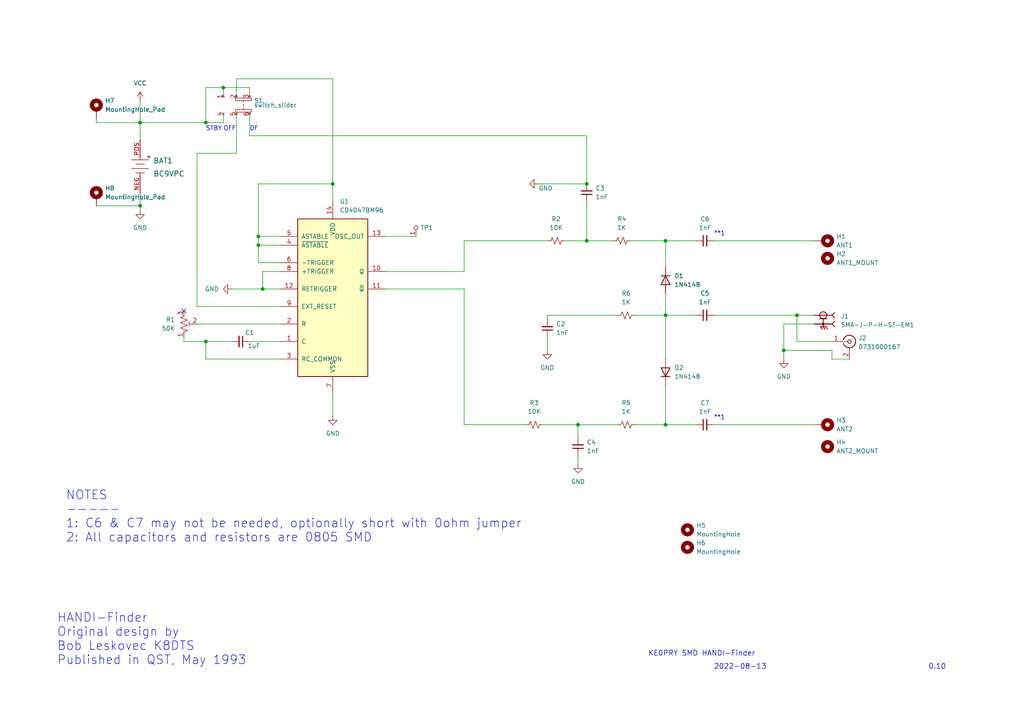
<source format=kicad_sch>
(kicad_sch (version 20211123) (generator eeschema)
  (paper "A4")
  (lib_symbols
    (symbol "4xxx:4047" (pin_names (offset 1.016))
      (property "Reference" "U" (at -7.62 24.13 0))
      (property "Value" "4047" (at -7.62 -24.13 0))
      (symbol "4047_1_0"
        (pin input line (at -15.24 -12.7 0) (length 5.08) (name "C") (number "1"))
        (pin output line (at 15.24 7.62 180) (length 5.08) (name "Q") (number "10"))
        (pin output line (at 15.24 2.54 180) (length 5.08) (name "~{Q}") (number "11"))
        (pin input line (at -15.24 2.54 0) (length 5.08) (name "RETRIGGER") (number "12"))
        (pin output line (at 15.24 17.78 180) (length 5.08) (name "OSC_OUT") (number "13"))
        (pin power_in line (at 0 27.94 270) (length 5.08) (name "VDD") (number "14"))
        (pin input line (at -15.24 -7.62 0) (length 5.08) (name "R") (number "2"))
        (pin input line (at -15.24 -17.78 0) (length 5.08) (name "RC_COMMON") (number "3"))
        (pin input line (at -15.24 15.24 0) (length 5.08) (name "~{ASTABLE}") (number "4"))
        (pin input line (at -15.24 17.78 0) (length 5.08) (name "ASTABLE") (number "5"))
        (pin input line (at -15.24 10.16 0) (length 5.08) (name "-TRIGGER") (number "6"))
        (pin power_in line (at 0 -27.94 90) (length 5.08) (name "VSS") (number "7"))
        (pin input line (at -15.24 7.62 0) (length 5.08) (name "+TRIGGER") (number "8"))
        (pin input line (at -15.24 -2.54 0) (length 5.08) (name "EXT_RESET") (number "9"))
      )
      (symbol "4047_1_1"
        (rectangle (start -10.16 22.86) (end 10.16 -22.86) (stroke (width 0.254)) (fill (type background)))
      )
    )
    (symbol "Connector:Conn_Coaxial" (pin_names (offset 1.016) hide)
      (property "Reference" "J" (at 0.254 3.048 0))
      (property "Value" "Conn_Coaxial" (at 2.921 0 90))
      (symbol "Conn_Coaxial_0_1"
        (arc (start -1.778 -0.508) (mid 0.2311 -1.8066) (end 1.778 0) (stroke (width 0.254)))
        (polyline (pts (xy -2.54 0) (xy -0.508 0)))
        (polyline (pts (xy 0 -2.54) (xy 0 -1.778)))
        (circle (center 0 0) (radius 0.508) (stroke (width 0.2032)))
        (arc (start 1.778 0) (mid 0.2099 1.8101) (end -1.778 0.508) (stroke (width 0.254)))
      )
      (symbol "Conn_Coaxial_1_1"
        (pin passive line (at -5.08 0 0) (length 2.54) (name "In") (number "1"))
        (pin passive line (at 0 -5.08 90) (length 2.54) (name "Ext") (number "2"))
      )
    )
    (symbol "Device:C_Small" (pin_numbers hide) (pin_names (offset 0.254) hide)
      (property "Reference" "C" (at 0.254 1.778 0))
      (property "Value" "C_Small" (at 0.254 -2.032 0))
      (symbol "C_Small_0_1"
        (polyline (pts (xy -1.524 -0.508) (xy 1.524 -0.508)) (stroke (width 0.3302)))
        (polyline (pts (xy -1.524 0.508) (xy 1.524 0.508)) (stroke (width 0.3048)))
      )
      (symbol "C_Small_1_1"
        (pin passive line (at 0 2.54 270) (length 2.032) (name "~") (number "1"))
        (pin passive line (at 0 -2.54 90) (length 2.032) (name "~") (number "2"))
      )
    )
    (symbol "Device:R_Potentiometer_Trim_US" (pin_names (offset 1.016) hide)
      (property "Reference" "RV" (at -4.445 0 90))
      (property "Value" "R_Potentiometer_Trim_US" (at -2.54 0 90))
      (symbol "R_Potentiometer_Trim_US_0_1"
        (polyline (pts (xy 0 -2.286) (xy 0 -2.54)))
        (polyline (pts (xy 0 2.286) (xy 0 2.54)))
        (polyline (pts (xy 1.524 0.762) (xy 1.524 -0.762)))
        (polyline (pts (xy 2.54 0) (xy 1.524 0)))
        (polyline (pts (xy 0 -0.762) (xy 1.016 -1.143) (xy 0 -1.524) (xy -1.016 -1.905) (xy 0 -2.286)))
        (polyline (pts (xy 0 0.762) (xy 1.016 0.381) (xy 0 0) (xy -1.016 -0.381) (xy 0 -0.762)))
        (polyline (pts (xy 0 2.286) (xy 1.016 1.905) (xy 0 1.524) (xy -1.016 1.143) (xy 0 0.762)))
      )
      (symbol "R_Potentiometer_Trim_US_1_1"
        (pin passive line (at 0 3.81 270) (length 1.27) (name "1") (number "1"))
        (pin passive line (at 3.81 0 180) (length 1.27) (name "2") (number "2"))
        (pin passive line (at 0 -3.81 90) (length 1.27) (name "3") (number "3"))
      )
    )
    (symbol "Device:R_Small_US" (pin_numbers hide) (pin_names (offset 0.254) hide)
      (property "Reference" "R" (at 0.762 0.508 0))
      (property "Value" "R_Small_US" (at 0.762 -1.016 0))
      (symbol "R_Small_US_1_1"
        (polyline (pts (xy 0 0) (xy 1.016 -0.381) (xy 0 -0.762) (xy -1.016 -1.143) (xy 0 -1.524)))
        (polyline (pts (xy 0 1.524) (xy 1.016 1.143) (xy 0 0.762) (xy -1.016 0.381) (xy 0 0)))
        (pin passive line (at 0 2.54 270) (length 1.016) (name "~") (number "1"))
        (pin passive line (at 0 -2.54 90) (length 1.016) (name "~") (number "2"))
      )
    )
    (symbol "Diode:1N4148" (pin_numbers hide) (pin_names (offset 1.016) hide)
      (property "Reference" "D" (at 0 2.54 0))
      (property "Value" "1N4148" (at 0 -2.54 0))
      (symbol "1N4148_0_1"
        (polyline (pts (xy -1.27 1.27) (xy -1.27 -1.27)) (stroke (width 0.254)))
        (polyline (pts (xy 1.27 0) (xy -1.27 0)))
        (polyline (pts (xy 1.27 1.27) (xy 1.27 -1.27) (xy -1.27 0) (xy 1.27 1.27)) (stroke (width 0.254)))
      )
      (symbol "1N4148_1_1"
        (pin passive line (at -3.81 0 0) (length 2.54) (name "K") (number "1"))
        (pin passive line (at 3.81 0 180) (length 2.54) (name "A") (number "2"))
      )
    )
    (symbol "Mechanical:MountingHole" (pin_names (offset 1.016))
      (property "Reference" "H" (at 0 5.08 0))
      (property "Value" "MountingHole" (at 0 3.175 0))
      (symbol "MountingHole_0_1"
        (circle (center 0 0) (radius 1.27) (stroke (width 1.27)))
      )
    )
    (symbol "Mechanical:MountingHole_Pad" (pin_numbers hide) (pin_names (offset 1.016) hide)
      (property "Reference" "H" (at 0 6.35 0))
      (property "Value" "MountingHole_Pad" (at 0 4.445 0))
      (symbol "MountingHole_Pad_0_1"
        (circle (center 0 1.27) (radius 1.27) (stroke (width 1.27)))
      )
      (symbol "MountingHole_Pad_1_1"
        (pin input line (at 0 -2.54 90) (length 2.54) (name "1") (number "1"))
      )
    )
    (symbol "SMA-J-P-H-ST-EM1:SMA-J-P-H-ST-EM1" (pin_numbers hide) (pin_names (offset 1.016) hide)
      (property "Reference" "J" (at -3.81 4.064 0))
      (property "Value" "SMA-J-P-H-ST-EM1" (at -4.064 -4.318 0))
      (symbol "SMA-J-P-H-ST-EM1_0_0"
        (polyline (pts (xy -3.302 -0.762) (xy -2.54 0)) (stroke (width 0.254)))
        (polyline (pts (xy -3.302 0.762) (xy -2.54 0)) (stroke (width 0.254)))
        (polyline (pts (xy -3.302 1.778) (xy -2.54 2.54)) (stroke (width 0.254)))
        (polyline (pts (xy -3.302 3.302) (xy -2.54 2.54)) (stroke (width 0.254)))
        (polyline (pts (xy -2.54 0) (xy 0 0)) (stroke (width 0.254)))
        (polyline (pts (xy -2.54 2.54) (xy 2.54 2.54)) (stroke (width 0.254)))
        (polyline (pts (xy -1.016 1.524) (xy 0 1.524)) (stroke (width 0.254)))
        (polyline (pts (xy -0.762 -0.762) (xy -1.27 -1.524)) (stroke (width 0.254)))
        (polyline (pts (xy 0 -0.762) (xy -0.762 -0.762)) (stroke (width 0.254)))
        (polyline (pts (xy 0 -0.762) (xy -0.508 -1.524)) (stroke (width 0.254)))
        (polyline (pts (xy 0 -0.762) (xy 0.762 -0.762)) (stroke (width 0.254)))
        (polyline (pts (xy 0 0) (xy -2.286 0)) (stroke (width 0.254)))
        (polyline (pts (xy 0 0) (xy 0 -0.762)) (stroke (width 0.254)))
        (polyline (pts (xy 0 1.524) (xy 0 0)) (stroke (width 0.254)))
        (polyline (pts (xy 0 1.524) (xy 1.016 1.524)) (stroke (width 0.254)))
        (polyline (pts (xy 0.762 -0.762) (xy 0.254 -1.524)) (stroke (width 0.254)))
        (polyline (pts (xy 2.54 0) (xy 0 0)) (stroke (width 0.254)))
        (circle (center 0 0) (radius 0.254) (stroke (width 0.254)))
        (circle (center 0 2.54) (radius 1.016) (stroke (width 0.254)))
        (pin passive line (at 2.54 2.54 180) (length 5.08) (name "~") (number "1"))
        (pin passive line (at 2.54 0 180) (length 5.08) (name "~") (number "2_1"))
        (pin passive line (at 2.54 0 180) (length 5.08) (name "~") (number "2_2"))
        (pin passive line (at 2.54 0 180) (length 5.08) (name "~") (number "3_1"))
        (pin passive line (at 2.54 0 180) (length 5.08) (name "~") (number "3_2"))
      )
    )
    (symbol "dk_Battery-Holders-Clips-Contacts:BC9VPC" (pin_names (offset 1.016))
      (property "Reference" "BAT" (at 0 5.08 0))
      (property "Value" "BC9VPC" (at 0 -5.08 0))
      (symbol "BC9VPC_1_1"
        (polyline (pts (xy -2.794 3.048) (xy -2.794 2.032)))
        (polyline (pts (xy -2.286 2.54) (xy -3.302 2.54)))
        (polyline (pts (xy -1.905 0) (xy -2.54 0)))
        (polyline (pts (xy -1.905 2.54) (xy -1.905 -2.54)))
        (polyline (pts (xy -0.635 1.27) (xy -0.635 -1.27)))
        (polyline (pts (xy 0.635 2.54) (xy 0.635 -2.54)))
        (polyline (pts (xy 1.905 1.27) (xy 1.905 -1.27)))
        (polyline (pts (xy 2.54 0) (xy 1.905 0)))
        (pin power_in line (at 7.62 0 180) (length 5.08) (name "~") (number "NEG"))
        (pin power_in line (at -7.62 0 0) (length 5.08) (name "~") (number "POS"))
      )
    )
    (symbol "dk_Test-Points:1508-0-57-15-00-00-03-0" (pin_names (offset 1.016))
      (property "Reference" "TP" (at -2.54 1.27 0))
      (property "Value" "1508-0-57-15-00-00-03-0" (at 0 -2.54 0))
      (symbol "1508-0-57-15-00-00-03-0_0_1"
        (circle (center 0 0) (radius 0.5588))
      )
      (symbol "1508-0-57-15-00-00-03-0_1_1"
        (pin passive line (at 0 2.54 270) (length 1.905) (name "~") (number "1"))
      )
    )
    (symbol "handifinder_projlib:switch_slider" (pin_names hide)
      (property "Reference" "S" (at 3.81 -1.524 0))
      (property "Value" "switch_slider" (at 3.81 -1.524 0))
      (symbol "switch_slider_0_1"
        (polyline (pts (xy 5.842 1.778) (xy 5.842 1.27)))
        (polyline (pts (xy 5.842 2.794) (xy 5.842 2.286)))
        (polyline (pts (xy 5.842 2.794) (xy 5.842 2.794)))
        (polyline (pts (xy 5.842 3.81) (xy 5.842 3.302)))
        (circle (center 0 0) (radius 0.254))
        (circle (center 0 5.08) (radius 0.254))
        (rectangle (start 3.556 1.27) (end 8.128 0.508))
        (rectangle (start 3.556 4.572) (end 8.128 3.81))
        (circle (center 3.81 0) (radius 0.254))
        (circle (center 3.81 5.08) (radius 0.254))
        (circle (center 7.62 0) (radius 0.254))
        (circle (center 7.62 5.08) (radius 0.254))
      )
      (symbol "switch_slider_1_1"
        (pin passive line (at 0 5.08 270) (length 0) (name "") (number "1"))
        (pin passive line (at 3.81 5.08 270) (length 0) (name "") (number "2"))
        (pin passive line (at 7.62 5.08 270) (length 0) (name "") (number "3"))
        (pin passive line (at 0 0 90) (length 0) (name "") (number "4"))
        (pin passive line (at 3.81 0 90) (length 0) (name "") (number "5"))
        (pin passive line (at 7.62 0 90) (length 0) (name "") (number "6"))
      )
    )
    (symbol "power:GND" (power) (pin_names (offset 0))
      (property "Value" "GND" (at 0 -3.81 0))
      (symbol "GND_0_1"
        (polyline (pts (xy 0 0) (xy 0 -1.27) (xy 1.27 -1.27) (xy 0 -2.54) (xy -1.27 -1.27) (xy 0 -1.27)))
      )
      (symbol "GND_1_1"
        (pin power_in line (at 0 0 270) (length 0) hide (name "GND") (number "1"))
      )
    )
    (symbol "power:VCC" (power) (pin_names (offset 0))
      (property "Value" "VCC" (at 0 3.81 0))
      (symbol "VCC_0_1"
        (polyline (pts (xy -0.762 1.27) (xy 0 2.54)))
        (polyline (pts (xy 0 0) (xy 0 2.54)))
        (polyline (pts (xy 0 2.54) (xy 0.762 1.27)))
      )
      (symbol "VCC_1_1"
        (pin power_in line (at 0 0 90) (length 0) hide (name "VCC") (number "1"))
      )
    )
  )
  (junction (at 59.69 99.06))
  (junction (at 170.18 53.34))
  (junction (at 40.64 59.69))
  (junction (at 76.2 83.82))
  (junction (at 227.33 101.6))
  (junction (at 167.64 123.19))
  (junction (at 193.04 69.85))
  (junction (at 74.93 68.58))
  (junction (at 64.77 25.4))
  (junction (at 193.04 91.44))
  (junction (at 74.93 71.12))
  (junction (at 40.64 35.56))
  (junction (at 193.04 123.19))
  (junction (at 231.14 91.44))
  (junction (at 59.69 35.56))
  (junction (at 170.18 69.85))
  (junction (at 96.52 53.34))
  (no_connect (at 53.34 90.17))
  (wire (pts (xy 134.62 78.74) (xy 134.62 69.85)))
  (wire (pts (xy 241.3 99.06) (xy 231.14 99.06)))
  (wire (pts (xy 57.15 93.98) (xy 81.28 93.98)))
  (wire (pts (xy 157.48 123.19) (xy 167.64 123.19)))
  (wire (pts (xy 67.31 83.82) (xy 76.2 83.82)))
  (wire (pts (xy 236.22 93.98) (xy 227.33 93.98)))
  (wire (pts (xy 40.64 35.56) (xy 59.69 35.56)))
  (wire (pts (xy 134.62 123.19) (xy 152.4 123.19)))
  (wire (pts (xy 53.34 97.79) (xy 53.34 99.06)))
  (wire (pts (xy 231.14 91.44) (xy 236.22 91.44)))
  (wire (pts (xy 59.69 35.56) (xy 64.77 35.56)))
  (wire (pts (xy 72.39 39.37) (xy 170.18 39.37)))
  (wire (pts (xy 68.58 27.94) (xy 68.58 22.86)))
  (wire (pts (xy 167.64 123.19) (xy 179.07 123.19)))
  (wire (pts (xy 207.01 69.85) (xy 236.22 69.85)))
  (wire (pts (xy 64.77 27.94) (xy 64.77 25.4)))
  (wire (pts (xy 193.04 91.44) (xy 193.04 104.14)))
  (wire (pts (xy 227.33 101.6) (xy 227.33 104.14)))
  (wire (pts (xy 96.52 22.86) (xy 96.52 53.34)))
  (wire (pts (xy 158.75 92.71) (xy 158.75 91.44)))
  (wire (pts (xy 96.52 53.34) (xy 96.52 58.42)))
  (wire (pts (xy 158.75 91.44) (xy 179.07 91.44)))
  (wire (pts (xy 156.21 53.34) (xy 170.18 53.34)))
  (wire (pts (xy 27.94 35.56) (xy 40.64 35.56)))
  (wire (pts (xy 59.69 104.14) (xy 59.69 99.06)))
  (wire (pts (xy 241.3 101.6) (xy 241.3 104.14)))
  (wire (pts (xy 193.04 69.85) (xy 182.88 69.85)))
  (wire (pts (xy 81.28 88.9) (xy 57.15 88.9)))
  (wire (pts (xy 57.15 44.45) (xy 68.58 44.45)))
  (wire (pts (xy 74.93 68.58) (xy 74.93 53.34)))
  (wire (pts (xy 231.14 91.44) (xy 231.14 99.06)))
  (wire (pts (xy 72.39 99.06) (xy 81.28 99.06)))
  (wire (pts (xy 193.04 69.85) (xy 201.93 69.85)))
  (wire (pts (xy 81.28 104.14) (xy 59.69 104.14)))
  (wire (pts (xy 40.64 35.56) (xy 40.64 40.64)))
  (wire (pts (xy 207.01 123.19) (xy 236.22 123.19)))
  (wire (pts (xy 68.58 44.45) (xy 68.58 33.02)))
  (wire (pts (xy 134.62 83.82) (xy 134.62 123.19)))
  (wire (pts (xy 184.15 123.19) (xy 193.04 123.19)))
  (wire (pts (xy 134.62 69.85) (xy 158.75 69.85)))
  (wire (pts (xy 74.93 76.2) (xy 74.93 71.12)))
  (wire (pts (xy 111.76 83.82) (xy 134.62 83.82)))
  (wire (pts (xy 207.01 91.44) (xy 231.14 91.44)))
  (wire (pts (xy 158.75 97.79) (xy 158.75 101.6)))
  (wire (pts (xy 57.15 88.9) (xy 57.15 44.45)))
  (wire (pts (xy 59.69 99.06) (xy 67.31 99.06)))
  (wire (pts (xy 227.33 101.6) (xy 241.3 101.6)))
  (wire (pts (xy 72.39 27.94) (xy 72.39 25.4)))
  (wire (pts (xy 184.15 91.44) (xy 193.04 91.44)))
  (wire (pts (xy 227.33 93.98) (xy 227.33 101.6)))
  (wire (pts (xy 76.2 83.82) (xy 81.28 83.82)))
  (wire (pts (xy 74.93 53.34) (xy 96.52 53.34)))
  (wire (pts (xy 40.64 55.88) (xy 40.64 59.69)))
  (wire (pts (xy 193.04 77.47) (xy 193.04 69.85)))
  (wire (pts (xy 76.2 78.74) (xy 76.2 83.82)))
  (wire (pts (xy 193.04 85.09) (xy 193.04 91.44)))
  (wire (pts (xy 27.94 59.69) (xy 40.64 59.69)))
  (wire (pts (xy 111.76 68.58) (xy 120.65 68.58)))
  (wire (pts (xy 53.34 99.06) (xy 59.69 99.06)))
  (wire (pts (xy 193.04 91.44) (xy 201.93 91.44)))
  (wire (pts (xy 170.18 39.37) (xy 170.18 53.34)))
  (wire (pts (xy 167.64 132.08) (xy 167.64 134.62)))
  (wire (pts (xy 64.77 25.4) (xy 59.69 25.4)))
  (wire (pts (xy 74.93 68.58) (xy 81.28 68.58)))
  (wire (pts (xy 40.64 59.69) (xy 40.64 60.96)))
  (wire (pts (xy 167.64 123.19) (xy 167.64 127)))
  (wire (pts (xy 193.04 123.19) (xy 201.93 123.19)))
  (wire (pts (xy 68.58 22.86) (xy 96.52 22.86)))
  (wire (pts (xy 27.94 34.29) (xy 27.94 35.56)))
  (wire (pts (xy 170.18 58.42) (xy 170.18 69.85)))
  (wire (pts (xy 72.39 33.02) (xy 72.39 39.37)))
  (wire (pts (xy 59.69 25.4) (xy 59.69 35.56)))
  (wire (pts (xy 74.93 71.12) (xy 81.28 71.12)))
  (wire (pts (xy 111.76 78.74) (xy 134.62 78.74)))
  (wire (pts (xy 40.64 29.21) (xy 40.64 35.56)))
  (wire (pts (xy 64.77 35.56) (xy 64.77 33.02)))
  (wire (pts (xy 81.28 76.2) (xy 74.93 76.2)))
  (wire (pts (xy 246.38 104.14) (xy 241.3 104.14)))
  (wire (pts (xy 170.18 69.85) (xy 177.8 69.85)))
  (wire (pts (xy 163.83 69.85) (xy 170.18 69.85)))
  (wire (pts (xy 193.04 111.76) (xy 193.04 123.19)))
  (wire (pts (xy 96.52 114.3) (xy 96.52 120.65)))
  (wire (pts (xy 81.28 78.74) (xy 76.2 78.74)))
  (wire (pts (xy 74.93 71.12) (xy 74.93 68.58)))
  (wire (pts (xy 64.77 25.4) (xy 72.39 25.4)))
  (text "DF\n" (at 72.39 38.1 0) (effects (font (size 1.27 1.27)) (justify left bottom)))
  (text "0.10\n" (at 269.24 194.31 0) (effects (font (size 1.5 1.5)) (justify left bottom)))
  (text "HANDI-Finder\nOriginal design by\nBob Leskovec K8DTS\nPublished in QST, May 1993" (at 16.51 193.04 0) (effects (font (size 2.54 2.54)) (justify left bottom)))
  (text "**1\n" (at 207.01 121.92 0) (effects (font (size 1.27 1.27)) (justify left bottom)))
  (text "2022-08-13\n" (at 207.01 194.31 0) (effects (font (size 1.5 1.5)) (justify left bottom)))
  (text "OFF" (at 64.77 38.1 0) (effects (font (size 1.27 1.27)) (justify left bottom)))
  (text "NOTES\n-----\n1: C6 & C7 may not be needed, optionally short with 0ohm jumper\n2: All capacitors and resistors are 0805 SMD" (at 19.05 157.48 0) (effects (font (size 2.54 2.54)) (justify left bottom)))
  (text "KE0PRY SMD HANDI-Finder\n" (at 187.96 190.5 0) (effects (font (size 1.5 1.5)) (justify left bottom)))
  (text "STBY" (at 59.69 38.1 0) (effects (font (size 1.27 1.27)) (justify left bottom)))
  (text "**1\n" (at 207.01 68.58 0) (effects (font (size 1.27 1.27)) (justify left bottom)))
  (symbol (lib_id "Mechanical:MountingHole_Pad") (at 27.94 31.75 0) (unit 1)
    (property "Reference" "H7" (at 30.48 29.2099 0) (effects (justify left)))
    (property "Value" "MountingHole_Pad" (at 30.48 31.7499 0) (effects (justify left)))
    (property "Footprint" "MountingHole:MountingHole_2.7mm_Pad_Via" (effects hide))
  )
  (symbol (lib_id "Device:C_Small") (at 204.47 69.85 90) (unit 1)
    (property "Reference" "C6" (at 204.4763 63.5 90))
    (property "Value" "1nF" (at 204.4763 66.04 90))
    (property "Footprint" "Capacitor_SMD:C_0805_2012Metric_Pad1.18x1.45mm_HandSolder" (effects hide))
    (property "Digi-Key_PN" "478-3759-1-ND" (effects hide))
    (property "MPN" "08055A102FAT2A" (effects hide))
    (property "Description" "CAP CER 1000PF 50V C0G/NP0 0805" (effects hide))
    (property "Manufacturer" "KYOCERA AVX" (effects hide))
    (property "Digi-Key_Price" "0.26" (effects hide))
  )
  (symbol (lib_id "Device:R_Small_US") (at 154.94 123.19 270) (unit 1)
    (property "Reference" "R3" (at 154.94 116.84 90))
    (property "Value" "10K" (at 154.94 119.38 90))
    (property "Footprint" "Resistor_SMD:R_0805_2012Metric_Pad1.20x1.40mm_HandSolder" (effects hide))
    (property "Digi-Key_PN" "P21133CT-ND" (effects hide))
    (property "MPN" "ERJ-PB6D1002V" (effects hide))
    (property "Description" "RES SMD 10K OHM 0.5% 1/4W 0805" (effects hide))
    (property "Manufacturer" "Panasonic Electronic Components" (effects hide))
    (property "Digi-Key_Price" "0.28" (effects hide))
  )
  (symbol (lib_id "Mechanical:MountingHole_Pad") (at 238.76 123.19 270) (unit 1)
    (property "Reference" "H3" (at 242.57 121.9199 90) (effects (justify left)))
    (property "Value" "ANT2" (at 242.57 124.4599 90) (effects (justify left)))
    (property "Footprint" "projlibrary:MountingHole_Antenna_4.5mmHole_LargePad" (effects hide))
  )
  (symbol (lib_id "handifinder_projlib:switch_slider") (at 64.77 33.02 0) (unit 1)
    (property "Reference" "S1" (at 73.66 29.21 0) (effects (justify left)))
    (property "Value" "switch_slider" (at 73.66 30.48 0) (effects (justify left)))
    (property "Footprint" "projlibrary:switch_dpdt_MS23ANW03" (effects hide))
    (property "Digi-Key_PN" "MS23ANW03-ND" (effects hide))
    (property "Manufacturer" "NKK Switches" (effects hide))
    (property "MPN" "MS23ANW03" (effects hide))
    (property "Description" "SWITCH SLIDE DPDT 6A 125V" (effects hide))
    (property "Digi-Key_Price" "6.64" (effects hide))
  )
  (symbol (lib_id "Mechanical:MountingHole") (at 240.03 74.93 0) (unit 1)
    (property "Reference" "H2" (at 242.57 73.6599 0) (effects (justify left)))
    (property "Value" "ANT1_MOUNT" (at 242.57 76.1999 0) (effects (justify left)))
    (property "Footprint" "MountingHole:MountingHole_4.3mm_M4" (effects hide))
  )
  (symbol (lib_id "power:GND") (at 227.33 104.14 0) (unit 1)
    (property "Reference" "#PWR07" (effects hide))
    (property "Value" "GND" (at 227.33 109.22 0))
  )
  (symbol (lib_id "Device:C_Small") (at 69.85 99.06 270) (unit 1)
    (property "Reference" "C1" (at 72.39 96.52 90))
    (property "Value" "1uF" (at 73.66 100.33 90))
    (property "Footprint" "Capacitor_SMD:C_0805_2012Metric_Pad1.18x1.45mm_HandSolder" (effects hide))
    (property "Digi-Key_PN" "478-08055C105JAT2ACT-ND" (effects hide))
    (property "MPN" "08055C105JAT2A" (effects hide))
    (property "Description" "CAP MLCC 1UF 50V 0805" (effects hide))
    (property "Manufacturer" "KYOCERA AVX" (effects hide))
    (property "Digi-Key_Price" "0.42" (effects hide))
  )
  (symbol (lib_id "Mechanical:MountingHole") (at 240.03 129.54 0) (unit 1)
    (property "Reference" "H4" (at 242.57 128.2699 0) (effects (justify left)))
    (property "Value" "ANT2_MOUNT" (at 242.57 130.8099 0) (effects (justify left)))
    (property "Footprint" "MountingHole:MountingHole_4.3mm_M4" (effects hide))
  )
  (symbol (lib_id "Connector:Conn_Coaxial") (at 246.38 99.06 0) (unit 1)
    (property "Reference" "J2" (at 248.92 98.0831 0) (effects (justify left)))
    (property "Value" "0731000167" (at 248.92 100.6231 0) (effects (justify left)))
    (property "Footprint" "projlibrary:conn_rf_bnc_0731000167" (effects hide))
    (property "Datasheet" " ~" (effects hide))
    (property "Digi-Key_PN" "0731000167" (effects hide))
    (property "Digi-Key_Price" "2.58" (effects hide))
    (property "MPN" "0731000167" (effects hide))
    (property "Manufacturer" "Molex" (effects hide))
  )
  (symbol (lib_id "4xxx:4047") (at 96.52 86.36 0) (unit 1)
    (property "Reference" "U1" (at 98.5394 58.42 0) (effects (justify left)))
    (property "Value" "CD4047BM96" (at 98.5394 60.96 0) (effects (justify left)))
    (property "Footprint" "digikey-footprints:SOIC-14_W3.9mm" (effects hide))
    (property "Datasheet" "https://www.ti.com/lit/ds/symlink/cd4047b.pdf" (effects hide))
    (property "Digi-Key_PN" "296-31500-1-ND" (effects hide))
    (property "Digi-Key_URL" "https://www.digikey.com/en/products/detail/texas-instruments/CD4047BM96/1691090" (effects hide))
    (property "Digi-Key_Price" "0.65" (effects hide))
    (property "MPN" "CD4047BM96" (effects hide))
    (property "Description" "IC MULTIVIBRATOR 80NS 14SOIC" (effects hide))
    (property "Manufacturer" "Texas Instruments" (effects hide))
  )
  (symbol (lib_id "SMA-J-P-H-ST-EM1:SMA-J-P-H-ST-EM1") (at 238.76 93.98 0) (mirror y) (unit 1)
    (property "Reference" "J1" (at 243.84 91.6939 0) (effects (justify right)))
    (property "Value" "SMA-J-P-H-ST-EM1" (at 243.84 94.2339 0) (effects (justify right)))
    (property "Footprint" "SMA-J-P-H-ST-EM1:SAMTEC_SMA-J-P-H-ST-EM1" (effects hide))
    (property "STANDARD" "Manufacturer Recommendations" (effects hide))
    (property "PARTREV" "G" (effects hide))
    (property "MAXIMUM_PACKAGE_HEIGHT" "3.675mm" (effects hide))
    (property "Digi-Key_PN" "SAM8857-ND" (effects hide))
    (property "MPN" "SMA-J-P-H-ST-EM1" (effects hide))
    (property "Description" "SMA Connector Jack, Female Socket 50Ohm Board Edge, End Launch Solder" (effects hide))
    (property "Digi-Key_Price" "5.38" (effects hide))
    (property "Manufacturer" "Samtec" (effects hide))
  )
  (symbol (lib_id "power:GND") (at 158.75 101.6 0) (unit 1)
    (property "Reference" "#PWR05" (effects hide))
    (property "Value" "GND" (at 158.75 106.68 0))
  )
  (symbol (lib_id "Device:C_Small") (at 204.47 91.44 90) (unit 1)
    (property "Reference" "C5" (at 204.4763 85.09 90))
    (property "Value" "1nF" (at 204.4763 87.63 90))
    (property "Footprint" "Capacitor_SMD:C_0805_2012Metric_Pad1.18x1.45mm_HandSolder" (effects hide))
    (property "Digi-Key_PN" "478-3759-1-ND" (effects hide))
    (property "MPN" "08055A102FAT2A" (effects hide))
    (property "Description" "CAP CER 1000PF 50V C0G/NP0 0805" (effects hide))
    (property "Manufacturer" "KYOCERA AVX" (effects hide))
    (property "Digi-Key_Price" "0.26" (effects hide))
  )
  (symbol (lib_id "power:VCC") (at 40.64 29.21 0) (unit 1)
    (property "Reference" "#PWR0101" (effects hide))
    (property "Value" "VCC" (at 40.64 24.13 0))
  )
  (symbol (lib_id "Device:R_Small_US") (at 161.29 69.85 270) (unit 1)
    (property "Reference" "R2" (at 161.29 63.5 90))
    (property "Value" "10K" (at 161.29 66.04 90))
    (property "Footprint" "Resistor_SMD:R_0805_2012Metric_Pad1.20x1.40mm_HandSolder" (effects hide))
    (property "Digi-Key_PN" "P21133CT-ND" (effects hide))
    (property "MPN" "ERJ-PB6D1002V" (effects hide))
    (property "Description" "RES SMD 10K OHM 0.5% 1/4W 0805" (effects hide))
    (property "Manufacturer" "Panasonic Electronic Components" (effects hide))
    (property "Digi-Key_Price" "0.28" (effects hide))
  )
  (symbol (lib_id "Device:C_Small") (at 167.64 129.54 180) (unit 1)
    (property "Reference" "C4" (at 170.18 128.2635 0) (effects (justify right)))
    (property "Value" "1nF" (at 170.18 130.8035 0) (effects (justify right)))
    (property "Footprint" "Capacitor_SMD:C_0805_2012Metric_Pad1.18x1.45mm_HandSolder" (effects hide))
    (property "Digi-Key_PN" "478-3759-1-ND" (effects hide))
    (property "MPN" "08055A102FAT2A" (effects hide))
    (property "Description" "CAP CER 1000PF 50V C0G/NP0 0805" (effects hide))
    (property "Manufacturer" "KYOCERA AVX" (effects hide))
    (property "Digi-Key_Price" "0.26" (effects hide))
  )
  (symbol (lib_id "Mechanical:MountingHole") (at 199.39 153.67 0) (unit 1)
    (property "Reference" "H5" (at 201.93 152.3999 0) (effects (justify left)))
    (property "Value" "MountingHole" (at 201.93 154.9399 0) (effects (justify left)))
    (property "Footprint" "MountingHole:MountingHole_4.3mm_M4" (effects hide))
  )
  (symbol (lib_id "Device:C_Small") (at 204.47 123.19 90) (unit 1)
    (property "Reference" "C7" (at 204.4763 116.84 90))
    (property "Value" "1nF" (at 204.4763 119.38 90))
    (property "Footprint" "Capacitor_SMD:C_0805_2012Metric_Pad1.18x1.45mm_HandSolder" (effects hide))
    (property "Digi-Key_PN" "478-3759-1-ND" (effects hide))
    (property "MPN" "08055A102FAT2A" (effects hide))
    (property "Description" "CAP CER 1000PF 50V C0G/NP0 0805" (effects hide))
    (property "Manufacturer" "KYOCERA AVX" (effects hide))
    (property "Digi-Key_Price" "0.26" (effects hide))
  )
  (symbol (lib_id "power:GND") (at 40.64 60.96 0) (unit 1)
    (property "Reference" "#PWR01" (effects hide))
    (property "Value" "GND" (at 40.64 66.04 0))
  )
  (symbol (lib_id "Device:R_Small_US") (at 181.61 123.19 270) (unit 1)
    (property "Reference" "R5" (at 181.61 116.84 90))
    (property "Value" "1K" (at 181.61 119.38 90))
    (property "Footprint" "Resistor_SMD:R_0805_2012Metric_Pad1.20x1.40mm_HandSolder" (effects hide))
    (property "Digi-Key_PN" "P21019CT-ND" (effects hide))
    (property "MPN" "ERJ-PB6D1001V" (effects hide))
    (property "Description" "RES SMD 1K OHM 0.5% 1/4W 0805" (effects hide))
    (property "Manufacturer" "Panasonic Electronic Components" (effects hide))
    (property "Digi-Key_Price" "0.28" (effects hide))
  )
  (symbol (lib_id "Device:R_Small_US") (at 180.34 69.85 270) (unit 1)
    (property "Reference" "R4" (at 180.34 63.5 90))
    (property "Value" "1K" (at 180.34 66.04 90))
    (property "Footprint" "Resistor_SMD:R_0805_2012Metric_Pad1.20x1.40mm_HandSolder" (effects hide))
    (property "Digi-Key_PN" "P21019CT-ND" (effects hide))
    (property "MPN" "ERJ-PB6D1001V" (effects hide))
    (property "Description" "RES SMD 1K OHM 0.5% 1/4W 0805" (effects hide))
    (property "Manufacturer" "Panasonic Electronic Components" (effects hide))
    (property "Digi-Key_Price" "0.28" (effects hide))
  )
  (symbol (lib_id "power:GND") (at 156.21 53.34 270) (unit 1)
    (property "Reference" "#PWR04" (effects hide))
    (property "Value" "GND" (at 156.21 54.61 90) (effects (justify left)))
  )
  (symbol (lib_id "Device:C_Small") (at 158.75 95.25 180) (unit 1)
    (property "Reference" "C2" (at 161.29 93.9735 0) (effects (justify right)))
    (property "Value" "1nF" (at 161.29 96.5135 0) (effects (justify right)))
    (property "Footprint" "Capacitor_SMD:C_0805_2012Metric_Pad1.18x1.45mm_HandSolder" (effects hide))
    (property "Digi-Key_PN" "478-3759-1-ND" (effects hide))
    (property "Digi-Key_Price" "0.26" (effects hide))
  )
  (symbol (lib_id "Diode:1N4148") (at 193.04 81.28 270) (unit 1)
    (property "Reference" "D1" (at 195.58 80.0099 90) (effects (justify left)))
    (property "Value" "1N4148" (at 195.58 82.5499 90) (effects (justify left)))
    (property "Footprint" "Diode_SMD:D_SOD-123" (effects hide))
    (property "Datasheet" "https://assets.nexperia.com/documents/data-sheet/1N4148_1N4448.pdf" (effects hide))
    (property "Digi-Key_PN" "1N4148W-G3-08GICT-ND" (effects hide))
    (property "MPN" "1N4148W-G3-08" (effects hide))
    (property "Description" "DIODE GEN PURP 75V 150MA SOD123" (effects hide))
    (property "Manufacturer" "Vishay General Semiconductor - Diodes Division" (effects hide))
    (property "Digi-Key_Price" "0.3" (effects hide))
  )
  (symbol (lib_id "Device:R_Small_US") (at 181.61 91.44 270) (unit 1)
    (property "Reference" "R6" (at 181.61 85.09 90))
    (property "Value" "1K" (at 181.61 87.63 90))
    (property "Footprint" "Resistor_SMD:R_0805_2012Metric_Pad1.20x1.40mm_HandSolder" (effects hide))
    (property "Digi-Key_PN" "P21019CT-ND" (effects hide))
    (property "MPN" "ERJ-PB6D1001V" (effects hide))
    (property "Description" "RES SMD 1K OHM 0.5% 1/4W 0805" (effects hide))
    (property "Manufacturer" "Panasonic Electronic Components" (effects hide))
    (property "Digi-Key_Price" "0.28" (effects hide))
  )
  (symbol (lib_id "Device:R_Potentiometer_Trim_US") (at 53.34 93.98 0) (mirror x) (unit 1)
    (property "Reference" "R1" (at 50.8 92.7099 0) (effects (justify right)))
    (property "Value" "50K" (at 50.8 95.2499 0) (effects (justify right)))
    (property "Footprint" "projlibrary:res_pot_ST32ETB503" (effects hide))
    (property "Digi-Key_PN" "ST32ETB503CT-ND" (effects hide))
    (property "MPN" "ST32ETB503" (effects hide))
    (property "Manufacturer" "Nidec Copal Electronics" (effects hide))
    (property "Description" "TRIMMER 50K OHM 0.125W GW TOP" (effects hide))
    (property "Digi-Key_Price" "1.3" (effects hide))
  )
  (symbol (lib_id "power:GND") (at 96.52 120.65 0) (unit 1)
    (property "Reference" "#PWR03" (effects hide))
    (property "Value" "GND" (at 96.52 125.73 0))
  )
  (symbol (lib_id "power:GND") (at 167.64 134.62 0) (unit 1)
    (property "Reference" "#PWR06" (effects hide))
    (property "Value" "GND" (at 167.64 139.7 0))
  )
  (symbol (lib_id "power:GND") (at 67.31 83.82 270) (unit 1)
    (property "Reference" "#PWR02" (effects hide))
    (property "Value" "GND" (at 63.5 83.8199 90) (effects (justify right)))
  )
  (symbol (lib_id "Mechanical:MountingHole_Pad") (at 27.94 57.15 0) (unit 1)
    (property "Reference" "H8" (at 30.48 54.6099 0) (effects (justify left)))
    (property "Value" "MountingHole_Pad" (at 30.48 57.1499 0) (effects (justify left)))
    (property "Footprint" "MountingHole:MountingHole_2.7mm_Pad_Via" (effects hide))
  )
  (symbol (lib_id "Diode:1N4148") (at 193.04 107.95 90) (unit 1)
    (property "Reference" "D2" (at 195.58 106.6799 90) (effects (justify right)))
    (property "Value" "1N4148" (at 195.58 109.2199 90) (effects (justify right)))
    (property "Footprint" "Diode_SMD:D_SOD-123" (effects hide))
    (property "Datasheet" "https://assets.nexperia.com/documents/data-sheet/1N4148_1N4448.pdf" (effects hide))
    (property "Digi-Key_PN" "1N4148W-G3-08GICT-ND" (effects hide))
    (property "MPN" "1N4148W-G3-08" (effects hide))
    (property "Description" "DIODE GEN PURP 75V 150MA SOD123" (effects hide))
    (property "Manufacturer" "Vishay General Semiconductor - Diodes Division" (effects hide))
    (property "Digi-Key_Price" "0.3" (effects hide))
  )
  (symbol (lib_id "dk_Battery-Holders-Clips-Contacts:BC9VPC") (at 40.64 48.26 270) (unit 1)
    (property "Reference" "BAT1" (at 44.45 46.609 90) (effects (font (size 1.524 1.524)) (justify left)))
    (property "Value" "BC9VPC" (at 44.45 50.419 90) (effects (font (size 1.524 1.524)) (justify left)))
    (property "Footprint" "digikey-footprints:Battery_Holder_9V_BC9VPC-ND" (effects hide))
    (property "Datasheet" "http://www.memoryprotectiondevices.com/datasheets/BC9VPC-datasheet.pdf" (effects hide))
    (property "Digi-Key_PN" "BC9VPC-ND" (effects hide))
    (property "MPN" "BC9VPC" (effects hide))
    (property "Category" "Battery Products" (effects hide))
    (property "Family" "Battery Holders, Clips, Contacts" (effects hide))
    (property "DK_Datasheet_Link" "http://www.memoryprotectiondevices.com/datasheets/BC9VPC-datasheet.pdf" (effects hide))
    (property "DK_Detail_Page" "/product-detail/en/mpd-memory-protection-devices/BC9VPC/BC9VPC-ND/257747" (effects hide))
    (property "Description" "BATTERY HOLDER 9V PC PIN" (effects hide))
    (property "Manufacturer" "MPD (Memory Protection Devices)" (effects hide))
    (property "Status" "Active" (effects hide))
    (property "Digi-Key_Price" "2.24" (effects hide))
  )
  (symbol (lib_id "dk_Test-Points:1508-0-57-15-00-00-03-0") (at 120.65 66.04 180) (unit 1)
    (property "Reference" "TP1" (at 121.92 66.078 0) (effects (justify right)))
    (property "Value" "DNI" (effects hide))
    (property "Footprint" "digikey-footprints:Test_Point_D1.02mm" (effects hide))
    (property "Datasheet" "https://www.mill-max.com/assets/pdfs/224.pdf" (effects hide))
    (property "Digi-Key_PN" "ED1088CT-ND" (effects hide))
    (property "MPN" "1508-0-57-15-00-00-03-0" (effects hide))
    (property "Category" "Test and Measurement" (effects hide))
    (property "Family" "Test Points" (effects hide))
    (property "DK_Datasheet_Link" "https://www.mill-max.com/assets/pdfs/224.pdf" (effects hide))
    (property "DK_Detail_Page" "/product-detail/en/mill-max-manufacturing-corp/1508-0-57-15-00-00-03-0/ED1088CT-ND/3029225" (effects hide))
    (property "Description" "TESTPOINT PIN SMD" (effects hide))
    (property "Manufacturer" "Mill-Max Manufacturing Corp." (effects hide))
    (property "Status" "Active" (effects hide))
  )
  (symbol (lib_id "Mechanical:MountingHole_Pad") (at 238.76 69.85 270) (unit 1)
    (property "Reference" "H1" (at 242.57 68.5799 90) (effects (justify left)))
    (property "Value" "ANT1" (at 242.57 71.1199 90) (effects (justify left)))
    (property "Footprint" "projlibrary:MountingHole_Antenna_4.5mmHole_LargePad" (effects hide))
  )
  (symbol (lib_id "Device:C_Small") (at 170.18 55.88 180) (unit 1)
    (property "Reference" "C3" (at 172.72 54.6035 0) (effects (justify right)))
    (property "Value" "1nF" (at 172.72 57.1435 0) (effects (justify right)))
    (property "Footprint" "Capacitor_SMD:C_0805_2012Metric_Pad1.18x1.45mm_HandSolder" (effects hide))
    (property "Digi-Key_PN" "478-3759-1-ND" (effects hide))
    (property "MPN" "08055A102FAT2A" (effects hide))
    (property "Description" "CAP CER 1000PF 50V C0G/NP0 0805" (effects hide))
    (property "Manufacturer" "KYOCERA AVX" (effects hide))
    (property "Digi-Key_Price" "0.26" (effects hide))
  )
  (symbol (lib_id "Mechanical:MountingHole") (at 199.39 158.75 0) (unit 1)
    (property "Reference" "H6" (at 201.93 157.4799 0) (effects (justify left)))
    (property "Value" "MountingHole" (at 201.93 160.0199 0) (effects (justify left)))
    (property "Footprint" "MountingHole:MountingHole_4.3mm_M4" (effects hide))
  )
)
</source>
